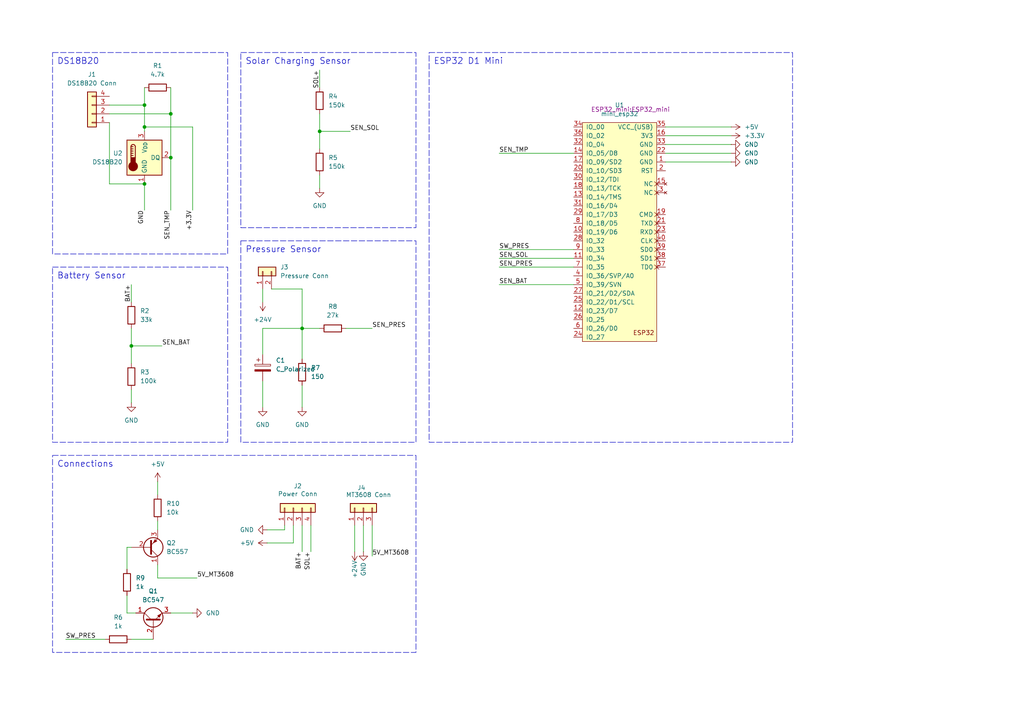
<source format=kicad_sch>
(kicad_sch (version 20231120) (generator "eeschema") (generator_version "8.0")
  (paper "A4")
  (title_block (title "esphome-brunnen") (date "2024-10-10") (rev "0.161"))
  (lib_symbols
    (symbol "Connector_Generic:Conn_01x02" (pin_names (offset 1.016) hide)
      (property "Reference" "J" (at 0 2.54 0))
      (property "Value" "Conn_01x02" (at 0 -5.08 0))
      (symbol "Conn_01x02_1_1"
        (rectangle (start -1.27 -2.413) (end 0 -2.667) (stroke (width 0.1524)))
        (rectangle (start -1.27 0.127) (end 0 -0.127) (stroke (width 0.1524)))
        (rectangle (start -1.27 1.27) (end 1.27 -3.81) (stroke (width 0.254)) (fill (type background)))
        (pin passive line (at -5.08 0 0) (length 3.81) (name "Pin_1") (number "1"))
        (pin passive line (at -5.08 -2.54 0) (length 3.81) (name "Pin_2") (number "2"))
      )
    )
    (symbol "Connector_Generic:Conn_01x03" (pin_names (offset 1.016) hide)
      (property "Reference" "J" (at 0 5.08 0))
      (property "Value" "Conn_01x03" (at 0 -5.08 0))
      (symbol "Conn_01x03_1_1"
        (rectangle (start -1.27 -2.413) (end 0 -2.667) (stroke (width 0.1524)))
        (rectangle (start -1.27 0.127) (end 0 -0.127) (stroke (width 0.1524)))
        (rectangle (start -1.27 2.667) (end 0 2.413) (stroke (width 0.1524)))
        (rectangle (start -1.27 3.81) (end 1.27 -3.81) (stroke (width 0.254)) (fill (type background)))
        (pin passive line (at -5.08 2.54 0) (length 3.81) (name "Pin_1") (number "1"))
        (pin passive line (at -5.08 0 0) (length 3.81) (name "Pin_2") (number "2"))
        (pin passive line (at -5.08 -2.54 0) (length 3.81) (name "Pin_3") (number "3"))
      )
    )
    (symbol "Connector_Generic:Conn_01x04" (pin_names (offset 1.016) hide)
      (property "Reference" "J" (at 0 5.08 0))
      (property "Value" "Conn_01x04" (at 0 -7.62 0))
      (symbol "Conn_01x04_1_1"
        (rectangle (start -1.27 -4.953) (end 0 -5.207) (stroke (width 0.1524)))
        (rectangle (start -1.27 -2.413) (end 0 -2.667) (stroke (width 0.1524)))
        (rectangle (start -1.27 0.127) (end 0 -0.127) (stroke (width 0.1524)))
        (rectangle (start -1.27 2.667) (end 0 2.413) (stroke (width 0.1524)))
        (rectangle (start -1.27 3.81) (end 1.27 -6.35) (stroke (width 0.254)) (fill (type background)))
        (pin passive line (at -5.08 2.54 0) (length 3.81) (name "Pin_1") (number "1"))
        (pin passive line (at -5.08 0 0) (length 3.81) (name "Pin_2") (number "2"))
        (pin passive line (at -5.08 -2.54 0) (length 3.81) (name "Pin_3") (number "3"))
        (pin passive line (at -5.08 -5.08 0) (length 3.81) (name "Pin_4") (number "4"))
      )
    )
    (symbol "Device:C_Polarized" (pin_numbers hide) (pin_names (offset 0.254))
      (property "Reference" "C" (at 0.635 2.54 0))
      (property "Value" "C_Polarized" (at 0.635 -2.54 0))
      (symbol "C_Polarized_0_1"
        (rectangle (start -2.286 0.508) (end 2.286 1.016))
        (polyline (pts (xy -1.778 2.286) (xy -0.762 2.286)))
        (polyline (pts (xy -1.27 2.794) (xy -1.27 1.778)))
        (rectangle (start 2.286 -0.508) (end -2.286 -1.016) (fill (type outline)))
      )
      (symbol "C_Polarized_1_1"
        (pin passive line (at 0 3.81 270) (length 2.794) (name "~") (number "1"))
        (pin passive line (at 0 -3.81 90) (length 2.794) (name "~") (number "2"))
      )
    )
    (symbol "Device:R" (pin_numbers hide) (pin_names (offset 0))
      (property "Reference" "R" (at 2.032 0 90))
      (property "Value" "R" (at 0 0 90))
      (symbol "R_0_1"
        (rectangle (start -1.016 -2.54) (end 1.016 2.54) (stroke (width 0.254)))
      )
      (symbol "R_1_1"
        (pin passive line (at 0 3.81 270) (length 1.27) (name "~") (number "1"))
        (pin passive line (at 0 -3.81 90) (length 1.27) (name "~") (number "2"))
      )
    )
    (symbol "ESP32_mini:mini_esp32" (pin_names (offset 1.016))
      (property "Reference" "U" (at -7.62 -50.8 0))
      (property "Value" "mini_esp32" (at 5.08 -59.69 0))
      (symbol "mini_esp32_0_0"
        (text "ESP32" (at 7.62 -62.23 0) (effects (font (size 1.27 1.27))))
        (pin power_in line (at 13.97 -12.7 180) (length 2.54) (name "GND") (number "1"))
        (pin input line (at 13.97 -15.24 180) (length 2.54) (name "RST") (number "2"))
        (pin no_connect non_logic (at 13.97 -21.59 180) (length 2.54) (name "NC") (number "3"))
        (pin bidirectional line (at -12.7 -45.72 0) (length 2.54) (name "IO_36/SVP/A0") (number "4"))
        (pin bidirectional line (at -12.7 -48.26 0) (length 2.54) (name "IO_39/SVN") (number "5"))
      )
      (symbol "mini_esp32_0_1"
        (rectangle (start -10.16 -1.27) (end 11.43 -64.77) (fill (type background)))
      )
      (symbol "mini_esp32_1_1"
        (pin bidirectional line (at -12.7 -33.02 0) (length 2.54) (name "IO_19/D6") (number "10"))
        (pin bidirectional line (at -12.7 -40.64 0) (length 2.54) (name "IO_34") (number "11"))
        (pin bidirectional line (at -12.7 -55.88 0) (length 2.54) (name "IO_23/D7") (number "12"))
        (pin bidirectional line (at -12.7 -22.86 0) (length 2.54) (name "IO_14/TMS") (number "13"))
        (pin bidirectional line (at -12.7 -10.16 0) (length 2.54) (name "IO_05/D8") (number "14"))
        (pin no_connect non_logic (at 13.97 -19.05 180) (length 2.54) (name "NC") (number "15"))
        (pin power_in line (at 13.97 -5.08 180) (length 2.54) (name "3V3") (number "16"))
        (pin bidirectional line (at -12.7 -12.7 0) (length 2.54) (name "IO_09/SD2") (number "17"))
        (pin bidirectional line (at -12.7 -20.32 0) (length 2.54) (name "IO_13/TCK") (number "18"))
        (pin passive non_logic (at 13.97 -27.94 180) (length 2.54) (name "CMD") (number "19"))
        (pin bidirectional line (at -12.7 -15.24 0) (length 2.54) (name "IO_10/SD3") (number "20"))
        (pin passive non_logic (at 13.97 -30.48 180) (length 2.54) (name "TXD") (number "21"))
        (pin power_in line (at 13.97 -10.16 180) (length 2.54) (name "GND") (number "22"))
        (pin passive non_logic (at 13.97 -33.02 180) (length 2.54) (name "RXD") (number "23"))
        (pin bidirectional line (at -12.7 -63.5 0) (length 2.54) (name "IO_27") (number "24"))
        (pin bidirectional line (at -12.7 -53.34 0) (length 2.54) (name "IO_22/D1/SCL") (number "25"))
        (pin bidirectional line (at -12.7 -58.42 0) (length 2.54) (name "IO_25") (number "26"))
        (pin bidirectional line (at -12.7 -50.8 0) (length 2.54) (name "IO_21/D2/SDA") (number "27"))
        (pin bidirectional line (at -12.7 -35.56 0) (length 2.54) (name "IO_32") (number "28"))
        (pin bidirectional line (at -12.7 -27.94 0) (length 2.54) (name "IO_17/D3") (number "29"))
        (pin bidirectional line (at -12.7 -17.78 0) (length 2.54) (name "IO_12/TDI") (number "30"))
        (pin bidirectional line (at -12.7 -25.4 0) (length 2.54) (name "IO_16/D4") (number "31"))
        (pin bidirectional line (at -12.7 -7.62 0) (length 2.54) (name "IO_04") (number "32"))
        (pin power_in line (at 13.97 -7.62 180) (length 2.54) (name "GND") (number "33"))
        (pin bidirectional line (at -12.7 -2.54 0) (length 2.54) (name "IO_00") (number "34"))
        (pin power_in line (at 13.97 -2.54 180) (length 2.54) (name "VCC_(USB)") (number "35"))
        (pin bidirectional line (at -12.7 -5.08 0) (length 2.54) (name "IO_02") (number "36"))
        (pin passive non_logic (at 13.97 -43.18 180) (length 2.54) (name "TD0") (number "37"))
        (pin passive non_logic (at 13.97 -40.64 180) (length 2.54) (name "SD1") (number "38"))
        (pin passive non_logic (at 13.97 -38.1 180) (length 2.54) (name "SD0") (number "39"))
        (pin passive non_logic (at 13.97 -35.56 180) (length 2.54) (name "CLK") (number "40"))
        (pin bidirectional line (at -12.7 -60.96 0) (length 2.54) (name "IO_26/D0") (number "6"))
        (pin bidirectional line (at -12.7 -43.18 0) (length 2.54) (name "IO_35") (number "7"))
        (pin bidirectional line (at -12.7 -30.48 0) (length 2.54) (name "IO_18/D5") (number "8"))
        (pin bidirectional line (at -12.7 -38.1 0) (length 2.54) (name "IO_33") (number "9"))
      )
    )
    (symbol "Sensor_Temperature:DS18B20"
      (property "Reference" "U" (at -3.81 6.35 0))
      (property "Value" "DS18B20" (at 6.35 6.35 0))
      (symbol "DS18B20_0_1"
        (rectangle (start -5.08 5.08) (end 5.08 -5.08) (stroke (width 0.254)) (fill (type background)))
        (circle (center -3.302 -2.54) (radius 1.27) (stroke (width 0.254)) (fill (type outline)))
        (rectangle (start -2.667 -1.905) (end -3.937 0) (stroke (width 0.254)) (fill (type outline)))
        (arc (start -2.667 3.175) (mid -3.302 3.8073) (end -3.937 3.175) (stroke (width 0.254)))
        (polyline (pts (xy -3.937 0.635) (xy -3.302 0.635)) (stroke (width 0.254)))
        (polyline (pts (xy -3.937 1.27) (xy -3.302 1.27)) (stroke (width 0.254)))
        (polyline (pts (xy -3.937 1.905) (xy -3.302 1.905)) (stroke (width 0.254)))
        (polyline (pts (xy -3.937 2.54) (xy -3.302 2.54)) (stroke (width 0.254)))
        (polyline (pts (xy -3.937 3.175) (xy -3.937 0)) (stroke (width 0.254)))
        (polyline (pts (xy -3.937 3.175) (xy -3.302 3.175)) (stroke (width 0.254)))
        (polyline (pts (xy -2.667 3.175) (xy -2.667 0)) (stroke (width 0.254)))
      )
      (symbol "DS18B20_1_1"
        (pin power_in line (at 0 -7.62 90) (length 2.54) (name "GND") (number "1"))
        (pin bidirectional line (at 7.62 0 180) (length 2.54) (name "DQ") (number "2"))
        (pin power_in line (at 0 7.62 270) (length 2.54) (name "V_{DD}") (number "3"))
      )
    )
    (symbol "Transistor_BJT:BC547" (pin_names (offset 0) hide)
      (property "Reference" "Q" (at 5.08 1.905 0))
      (property "Value" "BC547" (at 5.08 0 0))
      (symbol "BC547_0_1"
        (polyline (pts (xy 0 0) (xy 0.635 0)))
        (polyline (pts (xy 0.635 0.635) (xy 2.54 2.54)))
        (polyline (pts (xy 0.635 -0.635) (xy 2.54 -2.54) (xy 2.54 -2.54)))
        (polyline (pts (xy 0.635 1.905) (xy 0.635 -1.905) (xy 0.635 -1.905)) (stroke (width 0.508)))
        (polyline (pts (xy 1.27 -1.778) (xy 1.778 -1.27) (xy 2.286 -2.286) (xy 1.27 -1.778) (xy 1.27 -1.778)) (fill (type outline)))
        (circle (center 1.27 0) (radius 2.8194) (stroke (width 0.254)))
      )
      (symbol "BC547_1_1"
        (pin passive line (at 2.54 5.08 270) (length 2.54) (name "C") (number "1"))
        (pin input line (at -5.08 0 0) (length 5.08) (name "B") (number "2"))
        (pin passive line (at 2.54 -5.08 90) (length 2.54) (name "E") (number "3"))
      )
    )
    (symbol "Transistor_BJT:BC557" (pin_names (offset 0) hide)
      (property "Reference" "Q" (at 5.08 1.905 0))
      (property "Value" "BC557" (at 5.08 0 0))
      (symbol "BC557_0_1"
        (polyline (pts (xy 0.635 0.635) (xy 2.54 2.54)))
        (polyline (pts (xy 0.635 -0.635) (xy 2.54 -2.54) (xy 2.54 -2.54)))
        (polyline (pts (xy 0.635 1.905) (xy 0.635 -1.905) (xy 0.635 -1.905)) (stroke (width 0.508)))
        (polyline (pts (xy 2.286 -1.778) (xy 1.778 -2.286) (xy 1.27 -1.27) (xy 2.286 -1.778) (xy 2.286 -1.778)) (fill (type outline)))
        (circle (center 1.27 0) (radius 2.8194) (stroke (width 0.254)))
      )
      (symbol "BC557_1_1"
        (pin passive line (at 2.54 5.08 270) (length 2.54) (name "C") (number "1"))
        (pin input line (at -5.08 0 0) (length 5.715) (name "B") (number "2"))
        (pin passive line (at 2.54 -5.08 90) (length 2.54) (name "E") (number "3"))
      )
    )
    (symbol "power:+24V" (power) (pin_numbers hide) (pin_names (offset 0) hide)
      (property "Value" "+24V" (at 0 3.556 0))
      (symbol "+24V_0_1"
        (polyline (pts (xy -0.762 1.27) (xy 0 2.54)))
        (polyline (pts (xy 0 0) (xy 0 2.54)))
        (polyline (pts (xy 0 2.54) (xy 0.762 1.27)))
      )
      (symbol "+24V_1_1"
        (pin power_in line (at 0 0 90) (length 0) (name "~") (number "1"))
      )
    )
    (symbol "power:+3.3V" (power) (pin_numbers hide) (pin_names (offset 0) hide)
      (property "Value" "+3.3V" (at 0 3.556 0))
      (symbol "+3.3V_0_1"
        (polyline (pts (xy -0.762 1.27) (xy 0 2.54)))
        (polyline (pts (xy 0 0) (xy 0 2.54)))
        (polyline (pts (xy 0 2.54) (xy 0.762 1.27)))
      )
      (symbol "+3.3V_1_1"
        (pin power_in line (at 0 0 90) (length 0) (name "~") (number "1"))
      )
    )
    (symbol "power:+5V" (power) (pin_numbers hide) (pin_names (offset 0) hide)
      (property "Value" "+5V" (at 0 3.556 0))
      (symbol "+5V_0_1"
        (polyline (pts (xy -0.762 1.27) (xy 0 2.54)))
        (polyline (pts (xy 0 0) (xy 0 2.54)))
        (polyline (pts (xy 0 2.54) (xy 0.762 1.27)))
      )
      (symbol "+5V_1_1"
        (pin power_in line (at 0 0 90) (length 0) (name "~") (number "1"))
      )
    )
    (symbol "power:GND" (power) (pin_numbers hide) (pin_names (offset 0) hide)
      (property "Value" "GND" (at 0 -3.81 0))
      (symbol "GND_0_1"
        (polyline (pts (xy 0 0) (xy 0 -1.27) (xy 1.27 -1.27) (xy 0 -2.54) (xy -1.27 -1.27) (xy 0 -1.27)))
      )
      (symbol "GND_1_1"
        (pin power_in line (at 0 0 270) (length 0) (name "~") (number "1"))
      )
    )
  )
  (junction (at 41.91 30.48))
  (junction (at 49.53 33.02))
  (junction (at 49.53 45.72))
  (junction (at 87.63 95.25))
  (junction (at 38.1 100.33))
  (junction (at 41.91 36.83))
  (junction (at 92.71 38.1))
  (junction (at 41.91 53.34))
  (wire (pts (xy 100.33 95.25) (xy 107.95 95.25)))
  (wire (pts (xy 76.2 110.49) (xy 76.2 118.11)))
  (wire (pts (xy 38.1 185.42) (xy 44.45 185.42)))
  (wire (pts (xy 193.04 41.91) (xy 212.09 41.91)))
  (wire (pts (xy 92.71 20.32) (xy 92.71 25.4)))
  (wire (pts (xy 49.53 177.8) (xy 55.88 177.8)))
  (wire (pts (xy 144.78 82.55) (xy 166.37 82.55)))
  (wire (pts (xy 41.91 53.34) (xy 41.91 60.96)))
  (wire (pts (xy 193.04 36.83) (xy 212.09 36.83)))
  (wire (pts (xy 31.75 53.34) (xy 41.91 53.34)))
  (wire (pts (xy 107.95 152.4) (xy 107.95 161.29)))
  (wire (pts (xy 87.63 95.25) (xy 92.71 95.25)))
  (wire (pts (xy 36.83 158.75) (xy 36.83 165.1)))
  (wire (pts (xy 82.55 153.67) (xy 82.55 152.4)))
  (wire (pts (xy 39.37 177.8) (xy 36.83 177.8)))
  (wire (pts (xy 78.74 83.82) (xy 87.63 83.82)))
  (wire (pts (xy 144.78 74.93) (xy 166.37 74.93)))
  (wire (pts (xy 31.75 33.02) (xy 49.53 33.02)))
  (wire (pts (xy 45.72 139.7) (xy 45.72 143.51)))
  (wire (pts (xy 31.75 30.48) (xy 41.91 30.48)))
  (wire (pts (xy 144.78 77.47) (xy 166.37 77.47)))
  (wire (pts (xy 36.83 177.8) (xy 36.83 172.72)))
  (wire (pts (xy 87.63 111.76) (xy 87.63 118.11)))
  (wire (pts (xy 38.1 95.25) (xy 38.1 100.33)))
  (wire (pts (xy 92.71 38.1) (xy 92.71 43.18)))
  (wire (pts (xy 45.72 163.83) (xy 45.72 167.64)))
  (wire (pts (xy 76.2 83.82) (xy 76.2 87.63)))
  (wire (pts (xy 38.1 100.33) (xy 46.99 100.33)))
  (wire (pts (xy 38.1 100.33) (xy 38.1 105.41)))
  (wire (pts (xy 45.72 151.13) (xy 45.72 153.67)))
  (wire (pts (xy 193.04 44.45) (xy 212.09 44.45)))
  (wire (pts (xy 87.63 104.14) (xy 87.63 95.25)))
  (wire (pts (xy 31.75 35.56) (xy 31.75 53.34)))
  (wire (pts (xy 87.63 152.4) (xy 87.63 160.02)))
  (wire (pts (xy 49.53 33.02) (xy 49.53 45.72)))
  (wire (pts (xy 45.72 167.64) (xy 57.15 167.64)))
  (wire (pts (xy 41.91 36.83) (xy 55.88 36.83)))
  (wire (pts (xy 49.53 45.72) (xy 49.53 60.96)))
  (wire (pts (xy 38.1 82.55) (xy 38.1 87.63)))
  (wire (pts (xy 55.88 36.83) (xy 55.88 60.96)))
  (wire (pts (xy 87.63 83.82) (xy 87.63 95.25)))
  (wire (pts (xy 102.87 152.4) (xy 102.87 160.02)))
  (wire (pts (xy 19.05 185.42) (xy 30.48 185.42)))
  (wire (pts (xy 85.09 157.48) (xy 85.09 152.4)))
  (wire (pts (xy 76.2 95.25) (xy 87.63 95.25)))
  (wire (pts (xy 38.1 113.03) (xy 38.1 116.84)))
  (wire (pts (xy 41.91 30.48) (xy 41.91 36.83)))
  (wire (pts (xy 49.53 25.4) (xy 49.53 33.02)))
  (wire (pts (xy 144.78 72.39) (xy 166.37 72.39)))
  (wire (pts (xy 92.71 50.8) (xy 92.71 54.61)))
  (wire (pts (xy 193.04 46.99) (xy 212.09 46.99)))
  (wire (pts (xy 90.17 152.4) (xy 90.17 160.02)))
  (wire (pts (xy 144.78 44.45) (xy 166.37 44.45)))
  (wire (pts (xy 41.91 25.4) (xy 41.91 30.48)))
  (wire (pts (xy 76.2 102.87) (xy 76.2 95.25)))
  (wire (pts (xy 77.47 157.48) (xy 85.09 157.48)))
  (wire (pts (xy 41.91 36.83) (xy 41.91 38.1)))
  (wire (pts (xy 193.04 39.37) (xy 212.09 39.37)))
  (wire (pts (xy 92.71 38.1) (xy 101.6 38.1)))
  (wire (pts (xy 77.47 153.67) (xy 82.55 153.67)))
  (wire (pts (xy 105.41 152.4) (xy 105.41 160.02)))
  (wire (pts (xy 92.71 33.02) (xy 92.71 38.1)))
  (wire (pts (xy 38.1 158.75) (xy 36.83 158.75)))
  (text_box "ESP32 D1 Mini\n" (at 124.46 15.24 0) (size 105.41 113.03) (stroke (width 0) (type dash)) (effects (font (size 1.778 1.778)) (justify left top)))
  (text_box "Connections" (at 15.24 132.08 0) (size 105.41 57.15) (stroke (width 0) (type dash)) (effects (font (size 1.778 1.778)) (justify left top)))
  (text_box "Pressure Sensor\n" (at 69.85 69.85 0) (size 50.8 58.42) (stroke (width 0) (type dash)) (effects (font (size 1.778 1.778)) (justify left top)))
  (text_box "Battery Sensor" (at 15.24 77.47 0) (size 50.8 50.8) (stroke (width 0) (type dash)) (effects (font (size 1.778 1.778)) (justify left top)))
  (text_box "DS18B20" (at 15.24 15.24 0) (size 50.8 58.42) (stroke (width 0) (type dash)) (effects (font (size 1.778 1.778)) (justify left top)))
  (text_box "Solar Charging Sensor" (at 69.85 15.24 0) (size 50.8 50.8) (stroke (width 0) (type dash)) (effects (font (size 1.778 1.778)) (justify left top)))
  (label "SEN_SOL" (at 144.78 74.93 0))
  (label "5V_MT3608" (at 107.95 161.29 0))
  (label "SOL+" (at 92.71 20.32 270))
  (label "SEN_BAT" (at 46.99 100.33 0))
  (label "SEN_SOL" (at 101.6 38.1 0))
  (label "BAT+" (at 38.1 82.55 270))
  (label "+3.3V" (at 55.88 60.96 270))
  (label "BAT+" (at 87.63 160.02 270))
  (label "GND" (at 41.91 60.96 270))
  (label "SEN_PRES" (at 107.95 95.25 0))
  (label "5V_MT3608" (at 57.15 167.64 0))
  (label "SEN_TMP" (at 144.78 44.45 0))
  (label "SEN_PRES" (at 144.78 77.47 0))
  (label "SEN_TMP" (at 49.53 60.96 270))
  (label "SEN_BAT" (at 144.78 82.55 0))
  (label "SW_PRES" (at 19.05 185.42 0))
  (label "SW_PRES" (at 144.78 72.39 0))
  (label "SOL+" (at 90.17 160.02 270))
  (symbol (lib_id "Device:R") (at 96.52 95.25 270) (unit 1)
    (property "Reference" "R8" (at 96.52 88.9 90))
    (property "Value" "27k" (at 96.52 91.44 90))
    (property "Footprint" "Resistor_THT:R_Axial_DIN0207_L6.3mm_D2.5mm_P10.16mm_Horizontal" (effects (hide yes)))
    (property "Description" "Resistor" (effects (hide yes)))
  )
  (symbol (lib_id "Connector_Generic:Conn_01x04") (at 26.67 33.02 180) (unit 1)
    (property "Reference" "J1" (at 26.67 21.59 0))
    (property "Value" "DS18B20 Conn" (at 26.67 24.13 0))
    (property "Footprint" "Connector_JST:JST_XH_B3B-XH-A_1x03_P2.50mm_Vertical" (effects (hide yes)))
    (property "Description" "Generic connector, single row, 01x04, script generated (kicad-library-utils/schlib/autogen/connector/)" (effects (hide yes)))
  )
  (symbol (lib_id "Device:R") (at 36.83 168.91 0) (unit 1)
    (property "Reference" "R9" (at 39.37 167.6399 0) (effects (justify left)))
    (property "Value" "1k" (at 39.37 170.1799 0) (effects (justify left)))
    (property "Footprint" "Resistor_THT:R_Axial_DIN0207_L6.3mm_D2.5mm_P10.16mm_Horizontal" (effects (hide yes)))
    (property "Description" "Resistor" (effects (hide yes)))
  )
  (symbol (lib_id "Device:R") (at 45.72 147.32 0) (unit 1)
    (property "Reference" "R10" (at 48.26 146.0499 0) (effects (justify left)))
    (property "Value" "10k" (at 48.26 148.5899 0) (effects (justify left)))
    (property "Footprint" "Resistor_THT:R_Axial_DIN0207_L6.3mm_D2.5mm_P10.16mm_Horizontal" (effects (hide yes)))
    (property "Description" "Resistor" (effects (hide yes)))
  )
  (symbol (lib_id "Device:R") (at 92.71 46.99 180) (unit 1)
    (property "Reference" "R5" (at 95.25 45.7199 0) (effects (justify right)))
    (property "Value" "150k" (at 95.25 48.2599 0) (effects (justify right)))
    (property "Footprint" "Resistor_THT:R_Axial_DIN0207_L6.3mm_D2.5mm_P10.16mm_Horizontal" (effects (hide yes)))
    (property "Description" "Resistor" (effects (hide yes)))
  )
  (symbol (lib_id "power:GND") (at 55.88 177.8 90) (unit 1)
    (property "Reference" "#PWR09" (effects (hide yes)))
    (property "Value" "GND" (at 59.69 177.7999 90) (effects (justify right)))
    (property "Description" "Power symbol creates a global label with name \"GND\" , ground" (effects (hide yes)))
  )
  (symbol (lib_id "Device:R") (at 38.1 91.44 180) (unit 1)
    (property "Reference" "R2" (at 40.64 90.1699 0) (effects (justify right)))
    (property "Value" "33k" (at 40.64 92.7099 0) (effects (justify right)))
    (property "Footprint" "Resistor_THT:R_Axial_DIN0207_L6.3mm_D2.5mm_P10.16mm_Horizontal" (effects (hide yes)))
    (property "Description" "Resistor" (effects (hide yes)))
  )
  (symbol (lib_id "power:+5V") (at 45.72 139.7 0) (unit 1)
    (property "Reference" "#PWR015" (effects (hide yes)))
    (property "Value" "+5V" (at 45.72 134.62 0))
    (property "Description" "Power symbol creates a global label with name \"+5V\"" (effects (hide yes)))
  )
  (symbol (lib_id "power:GND") (at 76.2 118.11 0) (unit 1)
    (property "Reference" "#PWR08" (effects (hide yes)))
    (property "Value" "GND" (at 76.2 123.19 0))
    (property "Description" "Power symbol creates a global label with name \"GND\" , ground" (effects (hide yes)))
  )
  (symbol (lib_id "power:GND") (at 212.09 46.99 90) (unit 1)
    (property "Reference" "#PWR016" (effects (hide yes)))
    (property "Value" "GND" (at 215.9 46.9899 90) (effects (justify right)))
    (property "Description" "Power symbol creates a global label with name \"GND\" , ground" (effects (hide yes)))
  )
  (symbol (lib_id "power:+5V") (at 77.47 157.48 90) (unit 1)
    (property "Reference" "#PWR06" (effects (hide yes)))
    (property "Value" "+5V" (at 73.66 157.4799 90) (effects (justify left)))
    (property "Description" "Power symbol creates a global label with name \"+5V\"" (effects (hide yes)))
  )
  (symbol (lib_id "power:GND") (at 212.09 41.91 90) (unit 1)
    (property "Reference" "#PWR01" (effects (hide yes)))
    (property "Value" "GND" (at 215.9 41.9099 90) (effects (justify right)))
    (property "Description" "Power symbol creates a global label with name \"GND\" , ground" (effects (hide yes)))
  )
  (symbol (lib_id "Device:R") (at 45.72 25.4 90) (unit 1)
    (property "Reference" "R1" (at 45.72 19.05 90))
    (property "Value" "4.7k" (at 45.72 21.59 90))
    (property "Footprint" "Resistor_THT:R_Axial_DIN0207_L6.3mm_D2.5mm_P10.16mm_Horizontal" (effects (hide yes)))
    (property "Description" "Resistor" (effects (hide yes)))
  )
  (symbol (lib_id "power:GND") (at 212.09 44.45 90) (unit 1)
    (property "Reference" "#PWR014" (effects (hide yes)))
    (property "Value" "GND" (at 215.9 44.4499 90) (effects (justify right)))
    (property "Description" "Power symbol creates a global label with name \"GND\" , ground" (effects (hide yes)))
  )
  (symbol (lib_id "Connector_Generic:Conn_01x03") (at 105.41 147.32 90) (unit 1)
    (property "Reference" "J4" (at 103.632 141.478 90) (effects (justify right)))
    (property "Value" "MT3608 Conn" (at 100.33 143.51 90) (effects (justify right)))
    (property "Footprint" "Connector_JST:JST_XH_B3B-XH-A_1x03_P2.50mm_Vertical" (effects (hide yes)))
    (property "Description" "Generic connector, single row, 01x03, script generated (kicad-library-utils/schlib/autogen/connector/)" (effects (hide yes)))
  )
  (symbol (lib_id "Sensor_Temperature:DS18B20") (at 41.91 45.72 0) (unit 1)
    (property "Reference" "U2" (at 35.56 44.4499 0) (effects (justify right)))
    (property "Value" "DS18B20" (at 35.56 46.9899 0) (effects (justify right)))
    (property "Footprint" "Package_TO_SOT_THT:TO-92_Inline" (effects (hide yes)))
    (property "Datasheet" "http://datasheets.maximintegrated.com/en/ds/DS18B20.pdf" (effects (hide yes)))
    (property "Description" "Programmable Resolution 1-Wire Digital Thermometer TO-92" (effects (hide yes)))
  )
  (symbol (lib_id "power:+3.3V") (at 212.09 39.37 270) (unit 1)
    (property "Reference" "#PWR03" (effects (hide yes)))
    (property "Value" "+3.3V" (at 215.9 39.3699 90) (effects (justify left)))
    (property "Description" "Power symbol creates a global label with name \"+3.3V\"" (effects (hide yes)))
  )
  (symbol (lib_id "power:GND") (at 38.1 116.84 0) (unit 1)
    (property "Reference" "#PWR04" (effects (hide yes)))
    (property "Value" "GND" (at 38.1 121.92 0))
    (property "Description" "Power symbol creates a global label with name \"GND\" , ground" (effects (hide yes)))
  )
  (symbol (lib_id "power:+24V") (at 102.87 160.02 180) (unit 1)
    (property "Reference" "#PWR012" (effects (hide yes)))
    (property "Value" "+24V" (at 102.87 165.1 90))
    (property "Description" "Power symbol creates a global label with name \"+24V\"" (effects (hide yes)))
  )
  (symbol (lib_id "power:GND") (at 105.41 160.02 0) (unit 1)
    (property "Reference" "#PWR013" (effects (hide yes)))
    (property "Value" "GND" (at 105.41 165.1 90))
    (property "Description" "Power symbol creates a global label with name \"GND\" , ground" (effects (hide yes)))
  )
  (symbol (lib_id "Device:R") (at 87.63 107.95 180) (unit 1)
    (property "Reference" "R7" (at 90.17 106.6799 0) (effects (justify right)))
    (property "Value" "150" (at 90.17 109.2199 0) (effects (justify right)))
    (property "Footprint" "Resistor_THT:R_Axial_DIN0207_L6.3mm_D2.5mm_P10.16mm_Horizontal" (effects (hide yes)))
    (property "Description" "Resistor" (effects (hide yes)))
  )
  (symbol (lib_id "ESP32_mini:mini_esp32") (at 179.07 34.29 0) (unit 1)
    (property "Reference" "U1" (at 179.705 30.48 0))
    (property "Value" "mini_esp32" (at 179.705 33.02 0))
    (property "Footprint" "ESP32_mini:ESP32_mini" (at 182.88 31.75 0))
  )
  (symbol (lib_id "power:+24V") (at 76.2 87.63 180) (unit 1)
    (property "Reference" "#PWR011" (effects (hide yes)))
    (property "Value" "+24V" (at 76.2 92.71 0))
    (property "Description" "Power symbol creates a global label with name \"+24V\"" (effects (hide yes)))
  )
  (symbol (lib_id "Device:R") (at 34.29 185.42 270) (unit 1)
    (property "Reference" "R6" (at 34.29 179.07 90))
    (property "Value" "1k" (at 34.29 181.61 90))
    (property "Footprint" "Resistor_THT:R_Axial_DIN0207_L6.3mm_D2.5mm_P10.16mm_Horizontal" (effects (hide yes)))
    (property "Description" "Resistor" (effects (hide yes)))
  )
  (symbol (lib_id "Transistor_BJT:BC557") (at 43.18 158.75 0) (mirror x) (unit 1)
    (property "Reference" "Q2" (at 48.26 157.4799 0) (effects (justify left)))
    (property "Value" "BC557" (at 48.26 160.0199 0) (effects (justify left)))
    (property "Footprint" "Package_TO_SOT_THT:TO-92_Inline" (effects (hide yes)))
    (property "Datasheet" "https://www.onsemi.com/pub/Collateral/BC556BTA-D.pdf" (effects (hide yes)))
    (property "Description" "0.1A Ic, 45V Vce, PNP Small Signal Transistor, TO-92" (effects (hide yes)))
  )
  (symbol (lib_id "power:GND") (at 77.47 153.67 270) (unit 1)
    (property "Reference" "#PWR05" (effects (hide yes)))
    (property "Value" "GND" (at 73.66 153.6699 90) (effects (justify right)))
    (property "Description" "Power symbol creates a global label with name \"GND\" , ground" (effects (hide yes)))
  )
  (symbol (lib_id "Device:R") (at 92.71 29.21 180) (unit 1)
    (property "Reference" "R4" (at 95.25 27.9399 0) (effects (justify right)))
    (property "Value" "150k" (at 95.25 30.4799 0) (effects (justify right)))
    (property "Footprint" "Resistor_THT:R_Axial_DIN0207_L6.3mm_D2.5mm_P10.16mm_Horizontal" (effects (hide yes)))
    (property "Description" "Resistor" (effects (hide yes)))
  )
  (symbol (lib_id "Connector_Generic:Conn_01x04") (at 85.09 147.32 90) (unit 1)
    (property "Reference" "J2" (at 86.36 140.97 90))
    (property "Value" "Power Conn" (at 86.36 143.256 90))
    (property "Footprint" "Connector_JST:JST_XH_B4B-XH-A_1x04_P2.50mm_Vertical" (effects (hide yes)))
    (property "Description" "Generic connector, single row, 01x04, script generated (kicad-library-utils/schlib/autogen/connector/)" (effects (hide yes)))
  )
  (symbol (lib_id "power:+5V") (at 212.09 36.83 270) (unit 1)
    (property "Reference" "#PWR02" (effects (hide yes)))
    (property "Value" "+5V" (at 215.9 36.8299 90) (effects (justify left)))
    (property "Description" "Power symbol creates a global label with name \"+5V\"" (effects (hide yes)))
  )
  (symbol (lib_id "Device:R") (at 38.1 109.22 180) (unit 1)
    (property "Reference" "R3" (at 40.64 107.9499 0) (effects (justify right)))
    (property "Value" "100k" (at 40.64 110.4899 0) (effects (justify right)))
    (property "Footprint" "Resistor_THT:R_Axial_DIN0207_L6.3mm_D2.5mm_P10.16mm_Horizontal" (effects (hide yes)))
    (property "Description" "Resistor" (effects (hide yes)))
  )
  (symbol (lib_id "power:GND") (at 92.71 54.61 0) (unit 1)
    (property "Reference" "#PWR07" (effects (hide yes)))
    (property "Value" "GND" (at 92.71 59.69 0))
    (property "Description" "Power symbol creates a global label with name \"GND\" , ground" (effects (hide yes)))
  )
  (symbol (lib_id "power:GND") (at 87.63 118.11 0) (unit 1)
    (property "Reference" "#PWR010" (effects (hide yes)))
    (property "Value" "GND" (at 87.63 123.19 0))
    (property "Description" "Power symbol creates a global label with name \"GND\" , ground" (effects (hide yes)))
  )
  (symbol (lib_id "Transistor_BJT:BC547") (at 44.45 180.34 90) (unit 1)
    (property "Reference" "Q1" (at 44.45 171.45 90))
    (property "Value" "BC547" (at 44.45 173.99 90))
    (property "Footprint" "Package_TO_SOT_THT:TO-92_Inline" (effects (hide yes)))
    (property "Datasheet" "https://www.onsemi.com/pub/Collateral/BC550-D.pdf" (effects (hide yes)))
    (property "Description" "0.1A Ic, 45V Vce, Small Signal NPN Transistor, TO-92" (effects (hide yes)))
  )
  (symbol (lib_id "Connector_Generic:Conn_01x02") (at 76.2 78.74 90) (unit 1)
    (property "Reference" "J3" (at 81.28 77.4699 90) (effects (justify right)))
    (property "Value" "Pressure Conn" (at 81.28 80.0099 90) (effects (justify right)))
    (property "Footprint" "Connector_JST:JST_XH_B2B-XH-A_1x02_P2.50mm_Vertical" (effects (hide yes)))
    (property "Description" "Generic connector, single row, 01x02, script generated (kicad-library-utils/schlib/autogen/connector/)" (effects (hide yes)))
  )
  (symbol (lib_id "Device:C_Polarized") (at 76.2 106.68 0) (unit 1)
    (property "Reference" "C1" (at 80.01 104.5209 0) (effects (justify left)))
    (property "Value" "C_Polarized" (at 80.01 107.0609 0) (effects (justify left)))
    (property "Footprint" "Capacitor_THT:CP_Radial_Tantal_D4.5mm_P2.50mm" (effects (hide yes)))
    (property "Description" "Polarized capacitor" (effects (hide yes)))
  )
)
</source>
